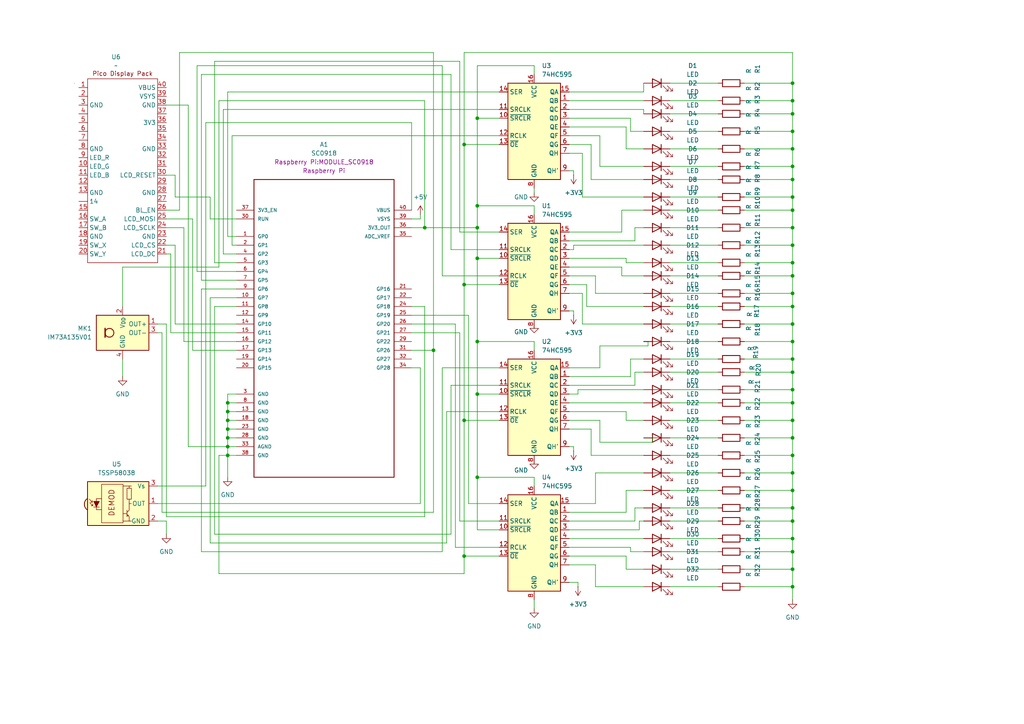
<source format=kicad_sch>
(kicad_sch (version 20231120) (generator "eeschema") (generator_version "8.0")
  (paper "A4")
  (lib_symbols
    (symbol "74xx:74HC595"
      (property "Reference" "U" (at -7.62 13.97 0))
      (property "Value" "74HC595" (at -7.62 -16.51 0))
      (symbol "74HC595_1_0"
        (pin tri_state line (at 10.16 7.62 180) (length 2.54) (name "QB") (number "1"))
        (pin input line (at -10.16 2.54 0) (length 2.54) (name "~{SRCLR}") (number "10"))
        (pin input line (at -10.16 5.08 0) (length 2.54) (name "SRCLK") (number "11"))
        (pin input line (at -10.16 -2.54 0) (length 2.54) (name "RCLK") (number "12"))
        (pin input line (at -10.16 -5.08 0) (length 2.54) (name "~{OE}") (number "13"))
        (pin input line (at -10.16 10.16 0) (length 2.54) (name "SER") (number "14"))
        (pin tri_state line (at 10.16 10.16 180) (length 2.54) (name "QA") (number "15"))
        (pin power_in line (at 0 15.24 270) (length 2.54) (name "VCC") (number "16"))
        (pin tri_state line (at 10.16 5.08 180) (length 2.54) (name "QC") (number "2"))
        (pin tri_state line (at 10.16 2.54 180) (length 2.54) (name "QD") (number "3"))
        (pin tri_state line (at 10.16 0 180) (length 2.54) (name "QE") (number "4"))
        (pin tri_state line (at 10.16 -2.54 180) (length 2.54) (name "QF") (number "5"))
        (pin tri_state line (at 10.16 -5.08 180) (length 2.54) (name "QG") (number "6"))
        (pin tri_state line (at 10.16 -7.62 180) (length 2.54) (name "QH") (number "7"))
        (pin power_in line (at 0 -17.78 90) (length 2.54) (name "GND") (number "8"))
        (pin output line (at 10.16 -12.7 180) (length 2.54) (name "QH'") (number "9"))
      )
    )
    (symbol "Device:LED" (pin_numbers hide) (pin_names (offset 1.016) hide)
      (property "Reference" "D" (at 0 2.54 0))
      (property "Value" "LED" (at 0 -2.54 0))
      (symbol "LED_1_1"
        (pin passive line (at -3.81 0 0) (length 2.54) (name "K") (number "1"))
        (pin passive line (at 3.81 0 180) (length 2.54) (name "A") (number "2"))
      )
    )
    (symbol "Device:R" (pin_numbers hide) (pin_names (offset 0))
      (property "Reference" "R" (at 2.032 0 90))
      (property "Value" "R" (at 0 0 90))
      (symbol "R_1_1"
        (pin passive line (at 0 3.81 270) (length 1.27) (name "~") (number "1"))
        (pin passive line (at 0 -3.81 90) (length 1.27) (name "~") (number "2"))
      )
    )
    (symbol "Sensor_Audio:IM73A135V01"
      (property "Reference" "MK" (at 5.08 6.35 0))
      (property "Value" "IM73A135V01" (at 11.43 -6.35 0))
      (symbol "IM73A135V01_1_1"
        (pin output line (at 10.16 2.54 180) (length 2.54) (name "OUT+") (number "1"))
        (pin power_in line (at 0 7.62 270) (length 2.54) (name "V_{DD}") (number "2"))
        (pin output line (at 10.16 0 180) (length 2.54) (name "OUT-") (number "3"))
        (pin power_in line (at 0 -7.62 90) (length 2.54) (name "GND") (number "4"))
        (pin passive line (at 0 -7.62 90) (length 2.54) hide (name "GND") (number "5"))
      )
    )
    (symbol "Sensor_Proximity:TSSP58038" (pin_names (offset 1.016))
      (property "Reference" "U" (at -10.16 7.62 0))
      (property "Value" "TSSP58038" (at -10.16 -7.62 0))
      (symbol "TSSP58038_0_0"
        (text "DEMOD" (at -3.175 0.254 900) (effects (font (size 1.524 1.524))))
      )
      (symbol "TSSP58038_1_1"
        (pin output line (at 10.16 0 180) (length 2.54) (name "OUT") (number "1"))
        (pin power_in line (at 10.16 -5.08 180) (length 2.54) (name "GND") (number "2"))
        (pin power_in line (at 10.16 5.08 180) (length 2.54) (name "Vs") (number "3"))
      )
    )
    (symbol "display:lcd"
      (property "Reference" "U" (at 0 0 0))
      (symbol "lcd_1_1"
        (text "Pico Display Pack" (at 22.86 -1.016 0) (effects (font (size 1.27 1.27))))
        (pin input line (at 10.16 -38.1 0) (length 2.54) (name "14") (number ""))
        (pin input line (at 10.16 -5.08 0) (length 2.54) (name "") (number "1"))
        (pin input line (at 10.16 -27.94 0) (length 2.54) (name "LED_G") (number "10"))
        (pin input line (at 10.16 -30.48 0) (length 2.54) (name "LED_B") (number "11"))
        (pin input line (at 10.16 -33.02 0) (length 2.54) (name "") (number "12"))
        (pin input line (at 10.16 -35.56 0) (length 2.54) (name "GND") (number "13"))
        (pin input line (at 10.16 -40.64 0) (length 2.54) (name "") (number "15"))
        (pin input line (at 10.16 -43.18 0) (length 2.54) (name "SW_A") (number "16"))
        (pin input line (at 10.16 -45.72 0) (length 2.54) (name "SW_B") (number "17"))
        (pin input line (at 10.16 -48.26 0) (length 2.54) (name "GND") (number "18"))
        (pin input line (at 10.16 -50.8 0) (length 2.54) (name "SW_X") (number "19"))
        (pin input line (at 10.16 -7.62 0) (length 2.54) (name "") (number "2"))
        (pin input line (at 10.16 -53.34 0) (length 2.54) (name "SW_Y") (number "20"))
        (pin output line (at 35.56 -53.34 180) (length 2.54) (name "LCD_DC") (number "21"))
        (pin output line (at 35.56 -50.8 180) (length 2.54) (name "LCD_CS") (number "22"))
        (pin output line (at 35.56 -48.26 180) (length 2.54) (name "GND") (number "23"))
        (pin output line (at 35.56 -45.72 180) (length 2.54) (name "LCD_SCLK") (number "24"))
        (pin output line (at 35.56 -43.18 180) (length 2.54) (name "LCD_MOSI") (number "25"))
        (pin output line (at 35.56 -40.64 180) (length 2.54) (name "BL_EN") (number "26"))
        (pin output line (at 35.56 -38.1 180) (length 2.54) (name "") (number "27"))
        (pin output line (at 35.56 -35.56 180) (length 2.54) (name "GND") (number "28"))
        (pin output line (at 35.56 -33.02 180) (length 2.54) (name "") (number "29"))
        (pin input line (at 10.16 -10.16 0) (length 2.54) (name "GND") (number "3"))
        (pin output line (at 35.56 -30.48 180) (length 2.54) (name "LCD_RESET") (number "30"))
        (pin output line (at 35.56 -27.94 180) (length 2.54) (name "") (number "31"))
        (pin output line (at 35.56 -25.4 180) (length 2.54) (name "") (number "32"))
        (pin output line (at 35.56 -22.86 180) (length 2.54) (name "GND") (number "33"))
        (pin output line (at 35.56 -20.32 180) (length 2.54) (name "") (number "34"))
        (pin output line (at 35.56 -17.78 180) (length 2.54) (name "") (number "35"))
        (pin output line (at 35.56 -15.24 180) (length 2.54) (name "3V3") (number "36"))
        (pin output line (at 35.56 -12.7 180) (length 2.54) (name "") (number "37"))
        (pin output line (at 35.56 -10.16 180) (length 2.54) (name "GND") (number "38"))
        (pin output line (at 35.56 -7.62 180) (length 2.54) (name "VSYS") (number "39"))
        (pin input line (at 10.16 -12.7 0) (length 2.54) (name "") (number "4"))
        (pin output line (at 35.56 -5.08 180) (length 2.54) (name "VBUS") (number "40"))
        (pin input line (at 10.16 -15.24 0) (length 2.54) (name "") (number "5"))
        (pin input line (at 10.16 -17.78 0) (length 2.54) (name "") (number "6"))
        (pin input line (at 10.16 -20.32 0) (length 2.54) (name "") (number "7"))
        (pin input line (at 10.16 -22.86 0) (length 2.54) (name "GND") (number "8"))
        (pin input line (at 10.16 -25.4 0) (length 2.54) (name "LED_R") (number "9"))
      )
    )
    (symbol "pico_w:SC0918" (pin_names (offset 1.016))
      (property "Reference" "A1" (at 0 58.42 0))
      (property "Value" "SC0918" (at 0 55.88 0))
      (property "Footprint" "Raspberry Pi:MODULE_SC0918" (at -12.7 -46.99 0))
      (property "manufacturer" "Raspberry Pi" (at 0 53.34 0))
      (symbol "SC0918_0_0"
        (pin bidirectional line (at -25.4 26.67 0) (length 5.08) (name "GP0") (number "1"))
        (pin bidirectional line (at -25.4 8.89 0) (length 5.08) (name "GP7") (number "10"))
        (pin bidirectional line (at -25.4 6.35 0) (length 5.08) (name "GP8") (number "11"))
        (pin bidirectional line (at -25.4 3.81 0) (length 5.08) (name "GP9") (number "12"))
        (pin power_in line (at -25.4 -24.13 0) (length 5.08) (name "GND") (number "13"))
        (pin bidirectional line (at -25.4 1.27 0) (length 5.08) (name "GP10") (number "14"))
        (pin bidirectional line (at -25.4 -1.27 0) (length 5.08) (name "GP11") (number "15"))
        (pin bidirectional line (at -25.4 -3.81 0) (length 5.08) (name "GP12") (number "16"))
        (pin bidirectional line (at -25.4 -6.35 0) (length 5.08) (name "GP13") (number "17"))
        (pin power_in line (at -25.4 -26.67 0) (length 5.08) (name "GND") (number "18"))
        (pin bidirectional line (at -25.4 -8.89 0) (length 5.08) (name "GP14") (number "19"))
        (pin bidirectional line (at -25.4 24.13 0) (length 5.08) (name "GP1") (number "2"))
        (pin bidirectional line (at -25.4 -11.43 0) (length 5.08) (name "GP15") (number "20"))
        (pin bidirectional line (at 25.4 11.43 180) (length 5.08) (name "GP16") (number "21"))
        (pin bidirectional line (at 25.4 8.89 180) (length 5.08) (name "GP17") (number "22"))
        (pin power_in line (at -25.4 -29.21 0) (length 5.08) (name "GND") (number "23"))
        (pin bidirectional line (at 25.4 6.35 180) (length 5.08) (name "GP18") (number "24"))
        (pin bidirectional line (at 25.4 3.81 180) (length 5.08) (name "GP19") (number "25"))
        (pin bidirectional line (at 25.4 1.27 180) (length 5.08) (name "GP20") (number "26"))
        (pin bidirectional line (at 25.4 -1.27 180) (length 5.08) (name "GP21") (number "27"))
        (pin power_in line (at -25.4 -31.75 0) (length 5.08) (name "GND") (number "28"))
        (pin bidirectional line (at 25.4 -3.81 180) (length 5.08) (name "GP22") (number "29"))
        (pin power_in line (at -25.4 -19.05 0) (length 5.08) (name "GND") (number "3"))
        (pin input line (at -25.4 31.75 0) (length 5.08) (name "RUN") (number "30"))
        (pin bidirectional line (at 25.4 -6.35 180) (length 5.08) (name "GP26") (number "31"))
        (pin bidirectional line (at 25.4 -8.89 180) (length 5.08) (name "GP27") (number "32"))
        (pin power_in line (at -25.4 -34.29 0) (length 5.08) (name "AGND") (number "33"))
        (pin bidirectional line (at 25.4 -11.43 180) (length 5.08) (name "GP28") (number "34"))
        (pin power_in line (at 25.4 26.67 180) (length 5.08) (name "ADC_VREF") (number "35"))
        (pin power_in line (at 25.4 29.21 180) (length 5.08) (name "3V3_OUT") (number "36"))
        (pin input line (at -25.4 34.29 0) (length 5.08) (name "3V3_EN") (number "37"))
        (pin power_in line (at -25.4 -36.83 0) (length 5.08) (name "GND") (number "38"))
        (pin free line (at 25.4 31.75 180) (length 5.08) (name "VSYS") (number "39"))
        (pin bidirectional line (at -25.4 21.59 0) (length 5.08) (name "GP2") (number "4"))
        (pin free line (at 25.4 34.29 180) (length 5.08) (name "VBUS") (number "40"))
        (pin bidirectional line (at -25.4 19.05 0) (length 5.08) (name "GP3") (number "5"))
        (pin bidirectional line (at -25.4 16.51 0) (length 5.08) (name "GP4") (number "6"))
        (pin bidirectional line (at -25.4 13.97 0) (length 5.08) (name "GP5") (number "7"))
        (pin power_in line (at -25.4 -21.59 0) (length 5.08) (name "GND") (number "8"))
        (pin bidirectional line (at -25.4 11.43 0) (length 5.08) (name "GP6") (number "9"))
      )
    )
    (symbol "power:+3V3" (power) (pin_numbers hide) (pin_names (offset 0) hide)
      (property "Value" "+3V3" (at 0 3.556 0))
      (symbol "+3V3_1_1"
        (pin power_in line (at 0 0 90) (length 0) (name "~") (number "1"))
      )
    )
    (symbol "power:+5V" (power) (pin_numbers hide) (pin_names (offset 0) hide)
      (property "Value" "+5V" (at 0 3.556 0))
      (symbol "+5V_1_1"
        (pin power_in line (at 0 0 90) (length 0) (name "~") (number "1"))
      )
    )
    (symbol "power:GND" (power) (pin_numbers hide) (pin_names (offset 0) hide)
      (property "Value" "GND" (at 0 -3.81 0))
      (symbol "GND_1_1"
        (pin power_in line (at 0 0 270) (length 0) (name "~") (number "1"))
      )
    )
  )
  (junction (at 229.87 71.12))
  (junction (at 229.87 151.13))
  (junction (at 66.04 124.46))
  (junction (at 229.87 160.02))
  (junction (at 66.04 132.08))
  (junction (at 229.87 60.96))
  (junction (at 138.43 34.29))
  (junction (at 138.43 59.69))
  (junction (at 138.43 66.04))
  (junction (at 229.87 33.02))
  (junction (at 229.87 29.21))
  (junction (at 138.43 74.93))
  (junction (at 229.87 132.08))
  (junction (at 229.87 57.15))
  (junction (at 229.87 38.1))
  (junction (at 229.87 121.92))
  (junction (at 123.19 66.04))
  (junction (at 229.87 170.18))
  (junction (at 229.87 147.32))
  (junction (at 138.43 114.3))
  (junction (at 229.87 52.07))
  (junction (at 229.87 24.13))
  (junction (at 229.87 80.01))
  (junction (at 66.04 116.84))
  (junction (at 229.87 66.04))
  (junction (at 229.87 116.84))
  (junction (at 134.62 41.91))
  (junction (at 134.62 161.29))
  (junction (at 229.87 85.09))
  (junction (at 229.87 142.24))
  (junction (at 229.87 48.26))
  (junction (at 229.87 127))
  (junction (at 229.87 104.14))
  (junction (at 229.87 137.16))
  (junction (at 229.87 93.98))
  (junction (at 229.87 76.2))
  (junction (at 229.87 88.9))
  (junction (at 134.62 121.92))
  (junction (at 138.43 138.43))
  (junction (at 229.87 156.21))
  (junction (at 66.04 121.92))
  (junction (at 134.62 82.55))
  (junction (at 125.73 101.6))
  (junction (at 229.87 107.95))
  (junction (at 229.87 165.1))
  (junction (at 66.04 119.38))
  (junction (at 229.87 99.06))
  (junction (at 66.04 129.54))
  (junction (at 66.04 127))
  (junction (at 229.87 113.03))
  (junction (at 229.87 43.18))
  (junction (at 138.43 99.06))
  (wire (pts (xy 66.04 26.67) (xy 66.04 68.58)))
  (wire (pts (xy 59.69 140.97) (xy 45.72 140.97)))
  (wire (pts (xy 182.88 34.29) (xy 182.88 38.1)))
  (wire (pts (xy 229.87 107.95) (xy 229.87 113.03)))
  (wire (pts (xy 171.45 41.91) (xy 171.45 52.07)))
  (wire (pts (xy 165.1 158.75) (xy 182.88 158.75)))
  (wire (pts (xy 144.78 31.75) (xy 64.77 31.75)))
  (wire (pts (xy 123.19 149.86) (xy 123.19 88.9)))
  (wire (pts (xy 170.18 88.9) (xy 186.69 88.9)))
  (wire (pts (xy 180.34 77.47) (xy 180.34 80.01)))
  (wire (pts (xy 194.31 85.09) (xy 208.28 85.09)))
  (wire (pts (xy 229.87 24.13) (xy 229.87 29.21)))
  (wire (pts (xy 194.31 113.03) (xy 208.28 113.03)))
  (wire (pts (xy 172.72 137.16) (xy 186.69 137.16)))
  (wire (pts (xy 194.31 71.12) (xy 208.28 71.12)))
  (wire (pts (xy 57.15 19.05) (xy 57.15 78.74)))
  (wire (pts (xy 194.31 121.92) (xy 208.28 121.92)))
  (wire (pts (xy 45.72 96.52) (xy 46.99 96.52)))
  (wire (pts (xy 165.1 119.38) (xy 181.61 119.38)))
  (wire (pts (xy 215.9 66.04) (xy 229.87 66.04)))
  (wire (pts (xy 62.23 154.94) (xy 62.23 88.9)))
  (wire (pts (xy 194.31 127) (xy 208.28 127)))
  (wire (pts (xy 134.62 41.91) (xy 134.62 82.55)))
  (wire (pts (xy 165.1 72.39) (xy 166.37 72.39)))
  (wire (pts (xy 181.61 165.1) (xy 186.69 165.1)))
  (wire (pts (xy 194.31 107.95) (xy 208.28 107.95)))
  (wire (pts (xy 215.9 142.24) (xy 229.87 142.24)))
  (wire (pts (xy 215.9 43.18) (xy 229.87 43.18)))
  (wire (pts (xy 66.04 124.46) (xy 66.04 127)))
  (wire (pts (xy 52.07 15.24) (xy 125.73 15.24)))
  (wire (pts (xy 138.43 114.3) (xy 144.78 114.3)))
  (wire (pts (xy 35.56 77.47) (xy 63.5 77.47)))
  (wire (pts (xy 130.81 154.94) (xy 62.23 154.94)))
  (wire (pts (xy 194.31 33.02) (xy 208.28 33.02)))
  (wire (pts (xy 138.43 153.67) (xy 144.78 153.67)))
  (wire (pts (xy 172.72 85.09) (xy 186.69 85.09)))
  (wire (pts (xy 66.04 127) (xy 68.58 127)))
  (wire (pts (xy 130.81 21.59) (xy 58.42 21.59)))
  (wire (pts (xy 121.92 146.05) (xy 121.92 106.68)))
  (wire (pts (xy 66.04 119.38) (xy 68.58 119.38)))
  (wire (pts (xy 229.87 156.21) (xy 229.87 160.02)))
  (wire (pts (xy 144.78 39.37) (xy 67.31 39.37)))
  (wire (pts (xy 138.43 34.29) (xy 138.43 59.69)))
  (wire (pts (xy 58.42 21.59) (xy 58.42 81.28)))
  (wire (pts (xy 66.04 132.08) (xy 66.04 138.43)))
  (wire (pts (xy 48.26 149.86) (xy 123.19 149.86)))
  (wire (pts (xy 165.1 39.37) (xy 173.99 39.37)))
  (wire (pts (xy 67.31 71.12) (xy 68.58 71.12)))
  (wire (pts (xy 154.94 19.05) (xy 138.43 19.05)))
  (wire (pts (xy 135.89 146.05) (xy 135.89 91.44)))
  (wire (pts (xy 138.43 114.3) (xy 138.43 138.43)))
  (wire (pts (xy 144.78 161.29) (xy 134.62 161.29)))
  (wire (pts (xy 181.61 76.2) (xy 186.69 76.2)))
  (wire (pts (xy 194.31 142.24) (xy 208.28 142.24)))
  (wire (pts (xy 229.87 127) (xy 229.87 132.08)))
  (wire (pts (xy 64.77 73.66) (xy 68.58 73.66)))
  (wire (pts (xy 194.31 29.21) (xy 208.28 29.21)))
  (wire (pts (xy 184.15 147.32) (xy 186.69 147.32)))
  (wire (pts (xy 172.72 80.01) (xy 172.72 85.09)))
  (wire (pts (xy 215.9 76.2) (xy 229.87 76.2)))
  (wire (pts (xy 171.45 132.08) (xy 186.69 132.08)))
  (wire (pts (xy 184.15 69.85) (xy 184.15 66.04)))
  (wire (pts (xy 54.61 30.48) (xy 54.61 129.54)))
  (wire (pts (xy 165.1 34.29) (xy 182.88 34.29)))
  (wire (pts (xy 48.26 63.5) (xy 55.88 63.5)))
  (wire (pts (xy 58.42 83.82) (xy 68.58 83.82)))
  (wire (pts (xy 215.9 165.1) (xy 229.87 165.1)))
  (wire (pts (xy 154.94 62.23) (xy 154.94 59.69)))
  (wire (pts (xy 215.9 33.02) (xy 229.87 33.02)))
  (wire (pts (xy 168.91 93.98) (xy 186.69 93.98)))
  (wire (pts (xy 215.9 93.98) (xy 229.87 93.98)))
  (wire (pts (xy 144.78 151.13) (xy 133.35 151.13)))
  (wire (pts (xy 229.87 113.03) (xy 229.87 116.84)))
  (wire (pts (xy 66.04 68.58) (xy 68.58 68.58)))
  (wire (pts (xy 229.87 52.07) (xy 229.87 57.15)))
  (wire (pts (xy 229.87 76.2) (xy 229.87 80.01)))
  (wire (pts (xy 66.04 127) (xy 66.04 129.54)))
  (wire (pts (xy 62.23 88.9) (xy 68.58 88.9)))
  (wire (pts (xy 173.99 128.27) (xy 189.23 128.27)))
  (wire (pts (xy 194.31 88.9) (xy 208.28 88.9)))
  (wire (pts (xy 63.5 29.21) (xy 123.19 29.21)))
  (wire (pts (xy 45.72 93.98) (xy 48.26 93.98)))
  (wire (pts (xy 165.1 44.45) (xy 168.91 44.45)))
  (wire (pts (xy 144.78 72.39) (xy 130.81 72.39)))
  (wire (pts (xy 229.87 88.9) (xy 229.87 93.98)))
  (wire (pts (xy 194.31 170.18) (xy 208.28 170.18)))
  (wire (pts (xy 129.54 157.48) (xy 60.96 157.48)))
  (wire (pts (xy 229.87 116.84) (xy 229.87 121.92)))
  (wire (pts (xy 133.35 17.78) (xy 62.23 17.78)))
  (wire (pts (xy 229.87 33.02) (xy 229.87 38.1)))
  (wire (pts (xy 125.73 15.24) (xy 125.73 101.6)))
  (wire (pts (xy 215.9 147.32) (xy 229.87 147.32)))
  (wire (pts (xy 48.26 73.66) (xy 49.53 73.66)))
  (wire (pts (xy 66.04 129.54) (xy 68.58 129.54)))
  (wire (pts (xy 154.94 21.59) (xy 154.94 19.05)))
  (wire (pts (xy 165.1 163.83) (xy 172.72 163.83)))
  (wire (pts (xy 194.31 137.16) (xy 208.28 137.16)))
  (wire (pts (xy 121.92 106.68) (xy 119.38 106.68)))
  (wire (pts (xy 194.31 156.21) (xy 208.28 156.21)))
  (wire (pts (xy 138.43 66.04) (xy 123.19 66.04)))
  (wire (pts (xy 166.37 90.17) (xy 166.37 91.44)))
  (wire (pts (xy 134.62 121.92) (xy 134.62 161.29)))
  (wire (pts (xy 60.96 57.15) (xy 60.96 63.5)))
  (wire (pts (xy 173.99 48.26) (xy 186.69 48.26)))
  (wire (pts (xy 138.43 138.43) (xy 138.43 153.67)))
  (wire (pts (xy 215.9 160.02) (xy 229.87 160.02)))
  (wire (pts (xy 165.1 41.91) (xy 171.45 41.91)))
  (wire (pts (xy 194.31 147.32) (xy 208.28 147.32)))
  (wire (pts (xy 57.15 78.74) (xy 68.58 78.74)))
  (wire (pts (xy 194.31 43.18) (xy 208.28 43.18)))
  (wire (pts (xy 165.1 153.67) (xy 185.42 153.67)))
  (wire (pts (xy 229.87 38.1) (xy 229.87 43.18)))
  (wire (pts (xy 119.38 60.96) (xy 119.38 35.56)))
  (wire (pts (xy 229.87 85.09) (xy 229.87 88.9)))
  (wire (pts (xy 194.31 104.14) (xy 208.28 104.14)))
  (wire (pts (xy 168.91 57.15) (xy 186.69 57.15)))
  (wire (pts (xy 66.04 116.84) (xy 66.04 114.3)))
  (wire (pts (xy 129.54 119.38) (xy 129.54 157.48)))
  (wire (pts (xy 194.31 132.08) (xy 208.28 132.08)))
  (wire (pts (xy 50.8 50.8) (xy 50.8 57.15)))
  (wire (pts (xy 144.78 80.01) (xy 128.27 80.01)))
  (wire (pts (xy 229.87 142.24) (xy 229.87 147.32)))
  (wire (pts (xy 154.94 93.98) (xy 154.94 95.25)))
  (wire (pts (xy 48.26 66.04) (xy 53.34 66.04)))
  (wire (pts (xy 229.87 104.14) (xy 229.87 107.95)))
  (wire (pts (xy 215.9 60.96) (xy 229.87 60.96)))
  (wire (pts (xy 194.31 151.13) (xy 208.28 151.13)))
  (wire (pts (xy 194.31 80.01) (xy 208.28 80.01)))
  (wire (pts (xy 165.1 69.85) (xy 184.15 69.85)))
  (wire (pts (xy 35.56 88.9) (xy 35.56 77.47)))
  (wire (pts (xy 125.73 148.59) (xy 125.73 101.6)))
  (wire (pts (xy 165.1 111.76) (xy 184.15 111.76)))
  (wire (pts (xy 186.69 31.75) (xy 186.69 33.02)))
  (wire (pts (xy 50.8 57.15) (xy 60.96 57.15)))
  (wire (pts (xy 48.26 30.48) (xy 54.61 30.48)))
  (wire (pts (xy 215.9 170.18) (xy 229.87 170.18)))
  (wire (pts (xy 128.27 19.05) (xy 57.15 19.05)))
  (wire (pts (xy 165.1 26.67) (xy 186.69 26.67)))
  (wire (pts (xy 182.88 158.75) (xy 182.88 160.02)))
  (wire (pts (xy 229.87 48.26) (xy 229.87 52.07)))
  (wire (pts (xy 173.99 100.33) (xy 187.96 100.33)))
  (wire (pts (xy 166.37 71.12) (xy 186.69 71.12)))
  (wire (pts (xy 165.1 90.17) (xy 166.37 90.17)))
  (wire (pts (xy 59.69 35.56) (xy 59.69 140.97)))
  (wire (pts (xy 134.62 82.55) (xy 144.78 82.55)))
  (wire (pts (xy 138.43 99.06) (xy 138.43 114.3)))
  (wire (pts (xy 229.87 57.15) (xy 229.87 60.96)))
  (wire (pts (xy 165.1 114.3) (xy 167.64 114.3)))
  (wire (pts (xy 66.04 132.08) (xy 63.5 132.08)))
  (wire (pts (xy 170.18 82.55) (xy 170.18 88.9)))
  (wire (pts (xy 48.26 50.8) (xy 50.8 50.8)))
  (wire (pts (xy 215.9 85.09) (xy 229.87 85.09)))
  (wire (pts (xy 144.78 119.38) (xy 129.54 119.38)))
  (wire (pts (xy 53.34 66.04) (xy 53.34 99.06)))
  (wire (pts (xy 123.19 88.9) (xy 119.38 88.9)))
  (wire (pts (xy 154.94 140.97) (xy 154.94 138.43)))
  (wire (pts (xy 215.9 107.95) (xy 229.87 107.95)))
  (wire (pts (xy 167.64 114.3) (xy 167.64 113.03)))
  (wire (pts (xy 187.96 99.06) (xy 186.69 99.06)))
  (wire (pts (xy 138.43 59.69) (xy 138.43 66.04)))
  (wire (pts (xy 165.1 124.46) (xy 171.45 124.46)))
  (wire (pts (xy 62.23 76.2) (xy 68.58 76.2)))
  (wire (pts (xy 173.99 121.92) (xy 173.99 128.27)))
  (wire (pts (xy 215.9 121.92) (xy 229.87 121.92)))
  (wire (pts (xy 165.1 148.59) (xy 181.61 148.59)))
  (wire (pts (xy 165.1 156.21) (xy 186.69 156.21)))
  (wire (pts (xy 229.87 160.02) (xy 229.87 165.1)))
  (wire (pts (xy 165.1 67.31) (xy 180.34 67.31)))
  (wire (pts (xy 229.87 15.24) (xy 229.87 24.13)))
  (wire (pts (xy 66.04 114.3) (xy 68.58 114.3)))
  (wire (pts (xy 180.34 80.01) (xy 186.69 80.01)))
  (wire (pts (xy 67.31 39.37) (xy 67.31 71.12)))
  (wire (pts (xy 182.88 38.1) (xy 186.69 38.1)))
  (wire (pts (xy 53.34 99.06) (xy 68.58 99.06)))
  (wire (pts (xy 48.26 71.12) (xy 50.8 71.12)))
  (wire (pts (xy 45.72 151.13) (xy 48.26 151.13)))
  (wire (pts (xy 215.9 57.15) (xy 229.87 57.15)))
  (wire (pts (xy 215.9 127) (xy 229.87 127)))
  (wire (pts (xy 55.88 101.6) (xy 68.58 101.6)))
  (wire (pts (xy 171.45 52.07) (xy 186.69 52.07)))
  (wire (pts (xy 229.87 170.18) (xy 229.87 173.99)))
  (wire (pts (xy 215.9 24.13) (xy 229.87 24.13)))
  (wire (pts (xy 194.31 52.07) (xy 208.28 52.07)))
  (wire (pts (xy 63.5 77.47) (xy 63.5 29.21)))
  (wire (pts (xy 165.1 49.53) (xy 166.37 49.53)))
  (wire (pts (xy 229.87 60.96) (xy 229.87 66.04)))
  (wire (pts (xy 194.31 116.84) (xy 208.28 116.84)))
  (wire (pts (xy 194.31 38.1) (xy 208.28 38.1)))
  (wire (pts (xy 135.89 91.44) (xy 119.38 91.44)))
  (wire (pts (xy 144.78 111.76) (xy 130.81 111.76)))
  (wire (pts (xy 185.42 151.13) (xy 186.69 151.13)))
  (wire (pts (xy 133.35 96.52) (xy 119.38 96.52)))
  (wire (pts (xy 194.31 93.98) (xy 208.28 93.98)))
  (wire (pts (xy 229.87 165.1) (xy 229.87 170.18)))
  (wire (pts (xy 184.15 147.32) (xy 184.15 151.13)))
  (wire (pts (xy 180.34 60.96) (xy 180.34 67.31)))
  (wire (pts (xy 194.31 60.96) (xy 208.28 60.96)))
  (wire (pts (xy 181.61 148.59) (xy 181.61 142.24)))
  (wire (pts (xy 35.56 104.14) (xy 35.56 109.22)))
  (wire (pts (xy 172.72 163.83) (xy 172.72 170.18)))
  (wire (pts (xy 165.1 161.29) (xy 181.61 161.29)))
  (wire (pts (xy 154.94 133.35) (xy 154.94 134.62)))
  (wire (pts (xy 186.69 26.67) (xy 186.69 24.13)))
  (wire (pts (xy 134.62 121.92) (xy 144.78 121.92)))
  (wire (pts (xy 54.61 129.54) (xy 66.04 129.54)))
  (wire (pts (xy 229.87 132.08) (xy 229.87 137.16)))
  (wire (pts (xy 184.15 66.04) (xy 186.69 66.04)))
  (wire (pts (xy 215.9 113.03) (xy 229.87 113.03)))
  (wire (pts (xy 46.99 148.59) (xy 125.73 148.59)))
  (wire (pts (xy 165.1 151.13) (xy 184.15 151.13)))
  (wire (pts (xy 165.1 168.91) (xy 167.64 168.91)))
  (wire (pts (xy 215.9 116.84) (xy 229.87 116.84)))
  (wire (pts (xy 182.88 160.02) (xy 186.69 160.02)))
  (wire (pts (xy 138.43 74.93) (xy 144.78 74.93)))
  (wire (pts (xy 128.27 106.68) (xy 128.27 160.02)))
  (wire (pts (xy 66.04 116.84) (xy 68.58 116.84)))
  (wire (pts (xy 165.1 82.55) (xy 170.18 82.55)))
  (wire (pts (xy 181.61 121.92) (xy 186.69 121.92)))
  (wire (pts (xy 181.61 43.18) (xy 186.69 43.18)))
  (wire (pts (xy 194.31 24.13) (xy 208.28 24.13)))
  (wire (pts (xy 165.1 74.93) (xy 181.61 74.93)))
  (wire (pts (xy 45.72 146.05) (xy 121.92 146.05)))
  (wire (pts (xy 121.92 63.5) (xy 119.38 63.5)))
  (wire (pts (xy 215.9 38.1) (xy 229.87 38.1)))
  (wire (pts (xy 167.64 168.91) (xy 167.64 170.18)))
  (wire (pts (xy 166.37 49.53) (xy 166.37 50.8)))
  (wire (pts (xy 229.87 66.04) (xy 229.87 71.12)))
  (wire (pts (xy 130.81 111.76) (xy 130.81 154.94)))
  (wire (pts (xy 64.77 31.75) (xy 64.77 73.66)))
  (wire (pts (xy 154.94 99.06) (xy 138.43 99.06)))
  (wire (pts (xy 165.1 29.21) (xy 186.69 29.21)))
  (wire (pts (xy 52.07 60.96) (xy 52.07 15.24)))
  (wire (pts (xy 229.87 121.92) (xy 229.87 127)))
  (wire (pts (xy 62.23 17.78) (xy 62.23 76.2)))
  (wire (pts (xy 133.35 67.31) (xy 133.35 17.78)))
  (wire (pts (xy 144.78 106.68) (xy 128.27 106.68)))
  (wire (pts (xy 181.61 74.93) (xy 181.61 76.2)))
  (wire (pts (xy 58.42 160.02) (xy 58.42 83.82)))
  (wire (pts (xy 60.96 63.5) (xy 68.58 63.5)))
  (wire (pts (xy 144.78 26.67) (xy 66.04 26.67)))
  (wire (pts (xy 215.9 52.07) (xy 229.87 52.07)))
  (wire (pts (xy 50.8 71.12) (xy 50.8 93.98)))
  (wire (pts (xy 165.1 106.68) (xy 173.99 106.68)))
  (wire (pts (xy 229.87 71.12) (xy 229.87 76.2)))
  (wire (pts (xy 154.94 54.61) (xy 154.94 55.88)))
  (wire (pts (xy 55.88 63.5) (xy 55.88 101.6)))
  (wire (pts (xy 184.15 107.95) (xy 186.69 107.95)))
  (wire (pts (xy 48.26 60.96) (xy 52.07 60.96)))
  (wire (pts (xy 119.38 35.56) (xy 59.69 35.56)))
  (wire (pts (xy 132.08 93.98) (xy 119.38 93.98)))
  (wire (pts (xy 50.8 93.98) (xy 68.58 93.98)))
  (wire (pts (xy 165.1 146.05) (xy 172.72 146.05)))
  (wire (pts (xy 215.9 137.16) (xy 229.87 137.16)))
  (wire (pts (xy 138.43 34.29) (xy 144.78 34.29)))
  (wire (pts (xy 133.35 151.13) (xy 133.35 96.52)))
  (wire (pts (xy 215.9 104.14) (xy 229.87 104.14)))
  (wire (pts (xy 194.31 165.1) (xy 208.28 165.1)))
  (wire (pts (xy 144.78 146.05) (xy 135.89 146.05)))
  (wire (pts (xy 181.61 142.24) (xy 186.69 142.24)))
  (wire (pts (xy 185.42 153.67) (xy 185.42 151.13)))
  (wire (pts (xy 181.61 161.29) (xy 181.61 165.1)))
  (wire (pts (xy 165.1 77.47) (xy 180.34 77.47)))
  (wire (pts (xy 165.1 85.09) (xy 168.91 85.09)))
  (wire (pts (xy 144.78 158.75) (xy 132.08 158.75)))
  (wire (pts (xy 123.19 29.21) (xy 123.19 66.04)))
  (wire (pts (xy 125.73 101.6) (xy 119.38 101.6)))
  (wire (pts (xy 194.31 76.2) (xy 208.28 76.2)))
  (wire (pts (xy 165.1 109.22) (xy 182.88 109.22)))
  (wire (pts (xy 144.78 41.91) (xy 134.62 41.91)))
  (wire (pts (xy 229.87 147.32) (xy 229.87 151.13)))
  (wire (pts (xy 154.94 101.6) (xy 154.94 99.06)))
  (wire (pts (xy 165.1 31.75) (xy 186.69 31.75)))
  (wire (pts (xy 194.31 160.02) (xy 208.28 160.02)))
  (wire (pts (xy 229.87 43.18) (xy 229.87 48.26)))
  (wire (pts (xy 138.43 19.05) (xy 138.43 34.29)))
  (wire (pts (xy 60.96 157.48) (xy 60.96 86.36)))
  (wire (pts (xy 215.9 156.21) (xy 229.87 156.21)))
  (wire (pts (xy 165.1 116.84) (xy 186.69 116.84)))
  (wire (pts (xy 181.61 119.38) (xy 181.61 121.92)))
  (wire (pts (xy 144.78 67.31) (xy 133.35 67.31)))
  (wire (pts (xy 49.53 73.66) (xy 49.53 96.52)))
  (wire (pts (xy 134.62 15.24) (xy 134.62 41.91)))
  (wire (pts (xy 46.99 96.52) (xy 46.99 148.59)))
  (wire (pts (xy 154.94 138.43) (xy 138.43 138.43)))
  (wire (pts (xy 167.64 113.03) (xy 186.69 113.03)))
  (wire (pts (xy 121.92 62.23) (xy 121.92 63.5)))
  (wire (pts (xy 58.42 81.28) (xy 68.58 81.28)))
  (wire (pts (xy 66.04 119.38) (xy 66.04 116.84)))
  (wire (pts (xy 171.45 124.46) (xy 171.45 132.08)))
  (wire (pts (xy 229.87 137.16) (xy 229.87 142.24)))
  (wire (pts (xy 66.04 121.92) (xy 68.58 121.92)))
  (wire (pts (xy 172.72 146.05) (xy 172.72 137.16)))
  (wire (pts (xy 194.31 66.04) (xy 208.28 66.04)))
  (wire (pts (xy 165.1 36.83) (xy 181.61 36.83)))
  (wire (pts (xy 66.04 132.08) (xy 68.58 132.08)))
  (wire (pts (xy 184.15 111.76) (xy 184.15 107.95)))
  (wire (pts (xy 165.1 121.92) (xy 173.99 121.92)))
  (wire (pts (xy 187.96 100.33) (xy 187.96 99.06)))
  (wire (pts (xy 128.27 80.01) (xy 128.27 19.05)))
  (wire (pts (xy 49.53 96.52) (xy 68.58 96.52)))
  (wire (pts (xy 173.99 106.68) (xy 173.99 100.33)))
  (wire (pts (xy 229.87 80.01) (xy 229.87 85.09)))
  (wire (pts (xy 182.88 104.14) (xy 186.69 104.14)))
  (wire (pts (xy 215.9 29.21) (xy 229.87 29.21)))
  (wire (pts (xy 138.43 74.93) (xy 138.43 99.06)))
  (wire (pts (xy 215.9 88.9) (xy 229.87 88.9)))
  (wire (pts (xy 215.9 80.01) (xy 229.87 80.01)))
  (wire (pts (xy 48.26 151.13) (xy 48.26 154.94)))
  (wire (pts (xy 181.61 36.83) (xy 181.61 43.18)))
  (wire (pts (xy 194.31 48.26) (xy 208.28 48.26)))
  (wire (pts (xy 66.04 121.92) (xy 66.04 124.46)))
  (wire (pts (xy 66.04 121.92) (xy 66.04 119.38)))
  (wire (pts (xy 215.9 48.26) (xy 229.87 48.26)))
  (wire (pts (xy 173.99 39.37) (xy 173.99 48.26)))
  (wire (pts (xy 134.62 82.55) (xy 134.62 121.92)))
  (wire (pts (xy 194.31 99.06) (xy 208.28 99.06)))
  (wire (pts (xy 119.38 66.04) (xy 123.19 66.04)))
  (wire (pts (xy 168.91 44.45) (xy 168.91 57.15)))
  (wire (pts (xy 48.26 93.98) (xy 48.26 149.86)))
  (wire (pts (xy 63.5 132.08) (xy 63.5 166.37)))
  (wire (pts (xy 172.72 170.18) (xy 186.69 170.18)))
  (wire (pts (xy 182.88 109.22) (xy 182.88 104.14)))
  (wire (pts (xy 165.1 129.54) (xy 166.37 129.54)))
  (wire (pts (xy 168.91 85.09) (xy 168.91 93.98)))
  (wire (pts (xy 229.87 93.98) (xy 229.87 99.06)))
  (wire (pts (xy 60.96 86.36) (xy 68.58 86.36)))
  (wire (pts (xy 134.62 166.37) (xy 134.62 161.29)))
  (wire (pts (xy 215.9 99.06) (xy 229.87 99.06)))
  (wire (pts (xy 189.23 127) (xy 186.69 127)))
  (wire (pts (xy 154.94 173.99) (xy 154.94 176.53)))
  (wire (pts (xy 229.87 29.21) (xy 229.87 33.02)))
  (wire (pts (xy 130.81 72.39) (xy 130.81 21.59)))
  (wire (pts (xy 215.9 151.13) (xy 229.87 151.13)))
  (wire (pts (xy 134.62 15.24) (xy 229.87 15.24)))
  (wire (pts (xy 229.87 151.13) (xy 229.87 156.21)))
  (wire (pts (xy 154.94 59.69) (xy 138.43 59.69)))
  (wire (pts (xy 166.37 129.54) (xy 166.37 130.81)))
  (wire (pts (xy 180.34 60.96) (xy 186.69 60.96)))
  (wire (pts (xy 166.37 72.39) (xy 166.37 71.12)))
  (wire (pts (xy 215.9 132.08) (xy 229.87 132.08)))
  (wire (pts (xy 165.1 80.01) (xy 172.72 80.01)))
  (wire (pts (xy 68.58 124.46) (xy 66.04 124.46)))
  (wire (pts (xy 215.9 71.12) (xy 229.87 71.12)))
  (wire (pts (xy 66.04 129.54) (xy 66.04 132.08)))
  (wire (pts (xy 132.08 158.75) (xy 132.08 93.98)))
  (wire (pts (xy 63.5 166.37) (xy 134.62 166.37)))
  (wire (pts (xy 189.23 128.27) (xy 189.23 127)))
  (wire (pts (xy 128.27 160.02) (xy 58.42 160.02)))
  (wire (pts (xy 229.87 99.06) (xy 229.87 104.14)))
  (wire (pts (xy 194.31 57.15) (xy 208.28 57.15)))
  (wire (pts (xy 138.43 66.04) (xy 138.43 74.93)))
  (symbol (lib_id "power:+3V3") (at 166.37 91.44 180) (unit 1)
    (property "Reference" "#PWR012" (effects (hide yes)))
    (property "Value" "+3V3" (at 166.37 96.52 0))
    (property "Description" "Power symbol creates a global label with name \"+3V3\"" (effects (hide yes)))
  )
  (symbol (lib_id "Device:R") (at 212.09 24.13 270) (mirror x) (unit 1)
    (property "Reference" "R1" (at 219.71 21.336 0) (effects (justify left)))
    (property "Value" "R" (at 217.17 21.336 0) (effects (justify left)))
    (property "Description" "Resistor" (effects (hide yes)))
  )
  (symbol (lib_id "Device:LED") (at 190.5 60.96 0) (mirror y) (unit 1)
    (property "Reference" "D9" (at 200.914 55.88 0))
    (property "Value" "LED" (at 200.914 58.42 0))
    (property "Description" "Light emitting diode" (effects (hide yes)))
  )
  (symbol (lib_id "Device:LED") (at 190.5 160.02 0) (mirror y) (unit 1)
    (property "Reference" "D30" (at 200.914 154.94 0))
    (property "Value" "LED" (at 200.914 157.48 0))
    (property "Description" "Light emitting diode" (effects (hide yes)))
  )
  (symbol (lib_id "power:+3V3") (at 166.37 50.8 0) (mirror x) (unit 1)
    (property "Reference" "#PWR010" (effects (hide yes)))
    (property "Value" "+3V3" (at 166.37 55.88 0))
    (property "Description" "Power symbol creates a global label with name \"+3V3\"" (effects (hide yes)))
  )
  (symbol (lib_id "Device:R") (at 212.09 88.9 270) (mirror x) (unit 1)
    (property "Reference" "R15" (at 219.71 83.566 0) (effects (justify left)))
    (property "Value" "R" (at 217.17 83.566 0) (effects (justify left)))
    (property "Description" "Resistor" (effects (hide yes)))
  )
  (symbol (lib_id "Device:R") (at 212.09 160.02 270) (mirror x) (unit 1)
    (property "Reference" "R30" (at 219.71 157.226 0) (effects (justify left)))
    (property "Value" "R" (at 217.17 157.226 0) (effects (justify left)))
    (property "Description" "Resistor" (effects (hide yes)))
  )
  (symbol (lib_id "Device:R") (at 212.09 38.1 270) (mirror x) (unit 1)
    (property "Reference" "R4" (at 219.71 34.036 0) (effects (justify left)))
    (property "Value" "R" (at 217.17 34.036 0) (effects (justify left)))
    (property "Description" "Resistor" (effects (hide yes)))
  )
  (symbol (lib_id "Device:R") (at 212.09 99.06 270) (mirror x) (unit 1)
    (property "Reference" "R17" (at 219.456 92.202 0) (effects (justify left)))
    (property "Value" "R" (at 217.17 96.012 0) (effects (justify left)))
    (property "Description" "Resistor" (effects (hide yes)))
  )
  (symbol (lib_id "74xx:74HC595") (at 154.94 156.21 0) (unit 1)
    (property "Reference" "U4" (at 157.1341 138.43 0) (effects (justify left)))
    (property "Value" "74HC595" (at 157.1341 140.97 0) (effects (justify left)))
    (property "Datasheet" "http://www.ti.com/lit/ds/symlink/sn74hc595.pdf" (effects (hide yes)))
    (property "Description" "8-bit serial in/out Shift Register 3-State Outputs" (effects (hide yes)))
  )
  (symbol (lib_id "power:+3V3") (at 167.64 170.18 0) (mirror x) (unit 1)
    (property "Reference" "#PWR016" (effects (hide yes)))
    (property "Value" "+3V3" (at 167.64 175.26 0))
    (property "Description" "Power symbol creates a global label with name \"+3V3\"" (effects (hide yes)))
  )
  (symbol (lib_id "Device:LED") (at 190.5 43.18 0) (mirror y) (unit 1)
    (property "Reference" "D5" (at 200.914 38.1 0))
    (property "Value" "LED" (at 200.914 40.64 0))
    (property "Description" "Light emitting diode" (effects (hide yes)))
  )
  (symbol (lib_id "Device:R") (at 212.09 48.26 270) (mirror x) (unit 1)
    (property "Reference" "R6" (at 219.71 45.466 0) (effects (justify left)))
    (property "Value" "R" (at 217.17 45.466 0) (effects (justify left)))
    (property "Description" "Resistor" (effects (hide yes)))
  )
  (symbol (lib_id "Device:R") (at 212.09 43.18 270) (mirror x) (unit 1)
    (property "Reference" "R5" (at 219.71 39.116 0) (effects (justify left)))
    (property "Value" "R" (at 217.17 39.116 0) (effects (justify left)))
    (property "Description" "Resistor" (effects (hide yes)))
  )
  (symbol (lib_id "Device:LED") (at 190.5 156.21 0) (mirror y) (unit 1)
    (property "Reference" "D29" (at 200.914 151.13 0))
    (property "Value" "LED" (at 200.914 153.67 0))
    (property "Description" "Light emitting diode" (effects (hide yes)))
  )
  (symbol (lib_id "Device:R") (at 212.09 33.02 270) (mirror x) (unit 1)
    (property "Reference" "R3" (at 219.71 30.226 0) (effects (justify left)))
    (property "Value" "R" (at 217.17 30.226 0) (effects (justify left)))
    (property "Description" "Resistor" (effects (hide yes)))
  )
  (symbol (lib_id "Device:LED") (at 190.5 121.92 0) (mirror y) (unit 1)
    (property "Reference" "D22" (at 200.914 116.84 0))
    (property "Value" "LED" (at 200.914 119.38 0))
    (property "Description" "Light emitting diode" (effects (hide yes)))
  )
  (symbol (lib_id "Device:LED") (at 190.5 80.01 0) (mirror y) (unit 1)
    (property "Reference" "D13" (at 200.914 74.93 0))
    (property "Value" "LED" (at 200.914 77.47 0))
    (property "Description" "Light emitting diode" (effects (hide yes)))
  )
  (symbol (lib_id "power:GND") (at 35.56 109.22 0) (unit 1)
    (property "Reference" "#PWR04" (effects (hide yes)))
    (property "Value" "GND" (at 35.56 114.3 0))
    (property "Description" "Power symbol creates a global label with name \"GND\" , ground" (effects (hide yes)))
  )
  (symbol (lib_id "Device:R") (at 212.09 85.09 270) (mirror x) (unit 1)
    (property "Reference" "R14" (at 219.71 79.756 0) (effects (justify left)))
    (property "Value" "R" (at 217.17 79.756 0) (effects (justify left)))
    (property "Description" "Resistor" (effects (hide yes)))
  )
  (symbol (lib_id "power:GND") (at 154.94 133.35 0) (unit 1)
    (property "Reference" "#PWR07" (effects (hide yes)))
    (property "Value" "GND" (at 151.13 136.398 0))
    (property "Description" "Power symbol creates a global label with name \"GND\" , ground" (effects (hide yes)))
  )
  (symbol (lib_id "Device:LED") (at 190.5 48.26 0) (mirror y) (unit 1)
    (property "Reference" "D6" (at 200.914 43.18 0))
    (property "Value" "LED" (at 200.914 45.72 0))
    (property "Description" "Light emitting diode" (effects (hide yes)))
  )
  (symbol (lib_id "Device:R") (at 212.09 113.03 270) (mirror x) (unit 1)
    (property "Reference" "R20" (at 219.964 109.22 0) (effects (justify left)))
    (property "Value" "R" (at 218.186 107.442 0) (effects (justify left)))
    (property "Description" "Resistor" (effects (hide yes)))
  )
  (symbol (lib_id "Device:R") (at 212.09 147.32 270) (mirror x) (unit 1)
    (property "Reference" "R27" (at 219.71 144.526 0) (effects (justify left)))
    (property "Value" "R" (at 217.17 144.526 0) (effects (justify left)))
    (property "Description" "Resistor" (effects (hide yes)))
  )
  (symbol (lib_id "power:GND") (at 229.87 173.99 0) (unit 1)
    (property "Reference" "#PWR01" (effects (hide yes)))
    (property "Value" "GND" (at 229.87 179.07 0))
    (property "Description" "Power symbol creates a global label with name \"GND\" , ground" (effects (hide yes)))
  )
  (symbol (lib_id "power:GND") (at 66.04 138.43 0) (unit 1)
    (property "Reference" "#PWR02" (effects (hide yes)))
    (property "Value" "GND" (at 66.04 143.51 0))
    (property "Description" "Power symbol creates a global label with name \"GND\" , ground" (effects (hide yes)))
  )
  (symbol (lib_id "Device:R") (at 212.09 127 270) (mirror x) (unit 1)
    (property "Reference" "R23" (at 219.71 124.206 0) (effects (justify left)))
    (property "Value" "R" (at 217.17 124.206 0) (effects (justify left)))
    (property "Description" "Resistor" (effects (hide yes)))
  )
  (symbol (lib_id "Device:LED") (at 190.5 165.1 0) (mirror y) (unit 1)
    (property "Reference" "D31" (at 200.914 160.02 0))
    (property "Value" "LED" (at 200.914 162.56 0))
    (property "Description" "Light emitting diode" (effects (hide yes)))
  )
  (symbol (lib_id "Device:R") (at 212.09 29.21 270) (mirror x) (unit 1)
    (property "Reference" "R2" (at 219.71 26.416 0) (effects (justify left)))
    (property "Value" "R" (at 217.17 26.416 0) (effects (justify left)))
    (property "Description" "Resistor" (effects (hide yes)))
  )
  (symbol (lib_id "Device:R") (at 212.09 151.13 270) (mirror x) (unit 1)
    (property "Reference" "R28" (at 219.71 148.336 0) (effects (justify left)))
    (property "Value" "R" (at 217.17 148.336 0) (effects (justify left)))
    (property "Description" "Resistor" (effects (hide yes)))
  )
  (symbol (lib_id "power:+3V3") (at 166.37 130.81 0) (mirror x) (unit 1)
    (property "Reference" "#PWR014" (effects (hide yes)))
    (property "Value" "+3V3" (at 166.37 135.89 0))
    (property "Description" "Power symbol creates a global label with name \"+3V3\"" (effects (hide yes)))
  )
  (symbol (lib_id "Device:LED") (at 190.5 170.18 0) (mirror y) (unit 1)
    (property "Reference" "D32" (at 200.914 165.1 0))
    (property "Value" "LED" (at 200.914 167.64 0))
    (property "Description" "Light emitting diode" (effects (hide yes)))
  )
  (symbol (lib_id "Device:LED") (at 190.5 52.07 0) (mirror y) (unit 1)
    (property "Reference" "D7" (at 200.914 46.99 0))
    (property "Value" "LED" (at 200.914 49.53 0))
    (property "Description" "Light emitting diode" (effects (hide yes)))
  )
  (symbol (lib_id "Device:R") (at 212.09 156.21 270) (mirror x) (unit 1)
    (property "Reference" "R29" (at 219.71 153.416 0) (effects (justify left)))
    (property "Value" "R" (at 217.17 153.416 0) (effects (justify left)))
    (property "Description" "Resistor" (effects (hide yes)))
  )
  (symbol (lib_id "power:+5V") (at 121.92 62.23 0) (unit 1)
    (property "Reference" "#PWR017" (effects (hide yes)))
    (property "Value" "+5V" (at 121.92 57.15 0))
    (property "Description" "Power symbol creates a global label with name \"+5V\"" (effects (hide yes)))
  )
  (symbol (lib_id "Device:R") (at 212.09 104.14 270) (mirror x) (unit 1)
    (property "Reference" "R18" (at 219.71 97.536 0) (effects (justify left)))
    (property "Value" "R" (at 217.424 91.948 0) (effects (justify left)))
    (property "Description" "Resistor" (effects (hide yes)))
  )
  (symbol (lib_id "Device:LED") (at 190.5 85.09 0) (mirror y) (unit 1)
    (property "Reference" "D14" (at 200.914 80.01 0))
    (property "Value" "LED" (at 200.914 82.55 0))
    (property "Description" "Light emitting diode" (effects (hide yes)))
  )
  (symbol (lib_id "Device:LED") (at 190.5 57.15 0) (mirror y) (unit 1)
    (property "Reference" "D8" (at 200.914 52.07 0))
    (property "Value" "LED" (at 200.914 54.61 0))
    (property "Description" "Light emitting diode" (effects (hide yes)))
  )
  (symbol (lib_id "Sensor_Proximity:TSSP58038") (at 35.56 146.05 0) (unit 1)
    (property "Reference" "U5" (at 33.825 134.62 0))
    (property "Value" "TSSP58038" (at 33.825 137.16 0))
    (property "Footprint" "OptoDevice:Vishay_MINICAST-3Pin" (effects (hide yes)))
    (property "Datasheet" "http://www.vishay.com/docs/82476/tssp58p38.pdf" (effects (hide yes)))
    (property "Description" "IR Detector for Mid Range Proximity Sensor" (effects (hide yes)))
  )
  (symbol (lib_id "Device:LED") (at 190.5 24.13 0) (mirror y) (unit 1)
    (property "Reference" "D1" (at 200.914 19.05 0))
    (property "Value" "LED" (at 200.914 21.59 0))
    (property "Description" "Light emitting diode" (effects (hide yes)))
  )
  (symbol (lib_id "Device:R") (at 212.09 107.95 270) (mirror x) (unit 1)
    (property "Reference" "R19" (at 219.202 104.14 0) (effects (justify left)))
    (property "Value" "R" (at 217.678 101.854 0) (effects (justify left)))
    (property "Description" "Resistor" (effects (hide yes)))
  )
  (symbol (lib_id "Device:LED") (at 190.5 76.2 0) (mirror y) (unit 1)
    (property "Reference" "D12" (at 200.914 71.12 0))
    (property "Value" "LED" (at 200.914 73.66 0))
    (property "Description" "Light emitting diode" (effects (hide yes)))
  )
  (symbol (lib_id "Device:R") (at 212.09 165.1 270) (mirror x) (unit 1)
    (property "Reference" "R31" (at 219.71 162.306 0) (effects (justify left)))
    (property "Value" "R" (at 217.17 162.306 0) (effects (justify left)))
    (property "Description" "Resistor" (effects (hide yes)))
  )
  (symbol (lib_id "Device:LED") (at 190.5 113.03 0) (mirror y) (unit 1)
    (property "Reference" "D20" (at 200.914 107.95 0))
    (property "Value" "LED" (at 200.914 110.49 0))
    (property "Description" "Light emitting diode" (effects (hide yes)))
  )
  (symbol (lib_id "Device:R") (at 212.09 116.84 270) (mirror x) (unit 1)
    (property "Reference" "R21" (at 219.71 114.046 0) (effects (justify left)))
    (property "Value" "R" (at 217.932 111.506 0) (effects (justify left)))
    (property "Description" "Resistor" (effects (hide yes)))
  )
  (symbol (lib_id "Device:R") (at 212.09 52.07 270) (mirror x) (unit 1)
    (property "Reference" "R7" (at 219.71 49.276 0) (effects (justify left)))
    (property "Value" "R" (at 217.17 49.276 0) (effects (justify left)))
    (property "Description" "Resistor" (effects (hide yes)))
  )
  (symbol (lib_id "74xx:74HC595") (at 154.94 77.47 0) (unit 1)
    (property "Reference" "U1" (at 157.1341 59.69 0) (effects (justify left)))
    (property "Value" "74HC595" (at 157.1341 62.23 0) (effects (justify left)))
    (property "Datasheet" "http://www.ti.com/lit/ds/symlink/sn74hc595.pdf" (effects (hide yes)))
    (property "Description" "8-bit serial in/out Shift Register 3-State Outputs" (effects (hide yes)))
  )
  (symbol (lib_id "Device:R") (at 212.09 142.24 270) (mirror x) (unit 1)
    (property "Reference" "R26" (at 219.71 139.446 0) (effects (justify left)))
    (property "Value" "R" (at 217.17 139.446 0) (effects (justify left)))
    (property "Description" "Resistor" (effects (hide yes)))
  )
  (symbol (lib_id "Device:LED") (at 190.5 127 0) (mirror y) (unit 1)
    (property "Reference" "D23" (at 200.914 121.92 0))
    (property "Value" "LED" (at 200.914 124.46 0))
    (property "Description" "Light emitting diode" (effects (hide yes)))
  )
  (symbol (lib_id "Sensor_Audio:IM73A135V01") (at 35.56 96.52 0) (unit 1)
    (property "Reference" "MK1" (at 26.67 95.2499 0) (effects (justify right)))
    (property "Value" "IM73A135V01" (at 26.67 97.7899 0) (effects (justify right)))
    (property "Footprint" "Sensor_Audio:Infineon_PG-LLGA-5-2" (effects (hide yes)))
    (property "Datasheet" "https://www.infineon.com/dgdl/Infineon-IM73A135-DataSheet-v01_00-EN.pdf?fileId=8ac78c8c7f2a768a017fadec36b84500" (effects (hide yes)))
    (property "Description" "IP57 Water and Dust Resistant, Differential MEMS Microphone, 135dBSPL AOP, 73dB SNR, PG-LLGA-5-2" (effects (hide yes)))
  )
  (symbol (lib_id "Device:R") (at 212.09 121.92 270) (mirror x) (unit 1)
    (property "Reference" "R22" (at 219.71 119.126 0) (effects (justify left)))
    (property "Value" "R" (at 217.17 119.126 0) (effects (justify left)))
    (property "Description" "Resistor" (effects (hide yes)))
  )
  (symbol (lib_id "Device:R") (at 212.09 80.01 270) (mirror x) (unit 1)
    (property "Reference" "R13" (at 219.71 74.676 0) (effects (justify left)))
    (property "Value" "R" (at 217.17 74.676 0) (effects (justify left)))
    (property "Description" "Resistor" (effects (hide yes)))
  )
  (symbol (lib_id "Device:R") (at 212.09 66.04 270) (mirror x) (unit 1)
    (property "Reference" "R10" (at 219.71 60.706 0) (effects (justify left)))
    (property "Value" "R" (at 217.17 60.706 0) (effects (justify left)))
    (property "Description" "Resistor" (effects (hide yes)))
  )
  (symbol (lib_id "Device:LED") (at 190.5 116.84 0) (mirror y) (unit 1)
    (property "Reference" "D21" (at 200.914 111.76 0))
    (property "Value" "LED" (at 200.914 114.3 0))
    (property "Description" "Light emitting diode" (effects (hide yes)))
  )
  (symbol (lib_id "Device:R") (at 212.09 76.2 270) (mirror x) (unit 1)
    (property "Reference" "R12" (at 219.71 70.866 0) (effects (justify left)))
    (property "Value" "R" (at 217.17 70.866 0) (effects (justify left)))
    (property "Description" "Resistor" (effects (hide yes)))
  )
  (symbol (lib_id "74xx:74HC595") (at 154.94 36.83 0) (unit 1)
    (property "Reference" "U3" (at 157.1341 19.05 0) (effects (justify left)))
    (property "Value" "74HC595" (at 157.1341 21.59 0) (effects (justify left)))
    (property "Datasheet" "http://www.ti.com/lit/ds/symlink/sn74hc595.pdf" (effects (hide yes)))
    (property "Description" "8-bit serial in/out Shift Register 3-State Outputs" (effects (hide yes)))
  )
  (symbol (lib_id "Device:R") (at 212.09 170.18 270) (mirror x) (unit 1)
    (property "Reference" "R32" (at 219.71 167.386 0) (effects (justify left)))
    (property "Value" "R" (at 217.17 167.386 0) (effects (justify left)))
    (property "Description" "Resistor" (effects (hide yes)))
  )
  (symbol (lib_id "Device:R") (at 212.09 60.96 270) (mirror x) (unit 1)
    (property "Reference" "R9" (at 219.71 56.896 0) (effects (justify left)))
    (property "Value" "R" (at 217.17 56.896 0) (effects (justify left)))
    (property "Description" "Resistor" (effects (hide yes)))
  )
  (symbol (lib_id "power:GND") (at 154.94 55.88 0) (unit 1)
    (property "Reference" "#PWR05" (effects (hide yes)))
    (property "Value" "GND" (at 151.13 57.15 0))
    (property "Description" "Power symbol creates a global label with name \"GND\" , ground" (effects (hide yes)))
  )
  (symbol (lib_id "Device:R") (at 212.09 93.98 270) (mirror x) (unit 1)
    (property "Reference" "R16" (at 219.71 87.376 0) (effects (justify left)))
    (property "Value" "R" (at 217.17 87.376 0) (effects (justify left)))
    (property "Description" "Resistor" (effects (hide yes)))
  )
  (symbol (lib_id "Device:LED") (at 190.5 107.95 0) (mirror y) (unit 1)
    (property "Reference" "D19" (at 200.914 102.87 0))
    (property "Value" "LED" (at 200.914 105.41 0))
    (property "Description" "Light emitting diode" (effects (hide yes)))
  )
  (symbol (lib_id "power:GND") (at 154.94 93.98 0) (unit 1)
    (property "Reference" "#PWR06" (effects (hide yes)))
    (property "Value" "GND" (at 151.13 96.266 0))
    (property "Description" "Power symbol creates a global label with name \"GND\" , ground" (effects (hide yes)))
  )
  (symbol (lib_id "Device:R") (at 212.09 137.16 270) (mirror x) (unit 1)
    (property "Reference" "R25" (at 219.71 134.366 0) (effects (justify left)))
    (property "Value" "R" (at 217.17 134.366 0) (effects (justify left)))
    (property "Description" "Resistor" (effects (hide yes)))
  )
  (symbol (lib_id "Device:LED") (at 190.5 132.08 0) (mirror y) (unit 1)
    (property "Reference" "D24" (at 200.914 127 0))
    (property "Value" "LED" (at 200.914 129.54 0))
    (property "Description" "Light emitting diode" (effects (hide yes)))
  )
  (symbol (lib_id "Device:LED") (at 190.5 33.02 0) (mirror y) (unit 1)
    (property "Reference" "D3" (at 200.914 27.94 0))
    (property "Value" "LED" (at 200.914 30.48 0))
    (property "Description" "Light emitting diode" (effects (hide yes)))
  )
  (symbol (lib_id "power:GND") (at 48.26 154.94 0) (unit 1)
    (property "Reference" "#PWR03" (effects (hide yes)))
    (property "Value" "GND" (at 48.26 160.02 0))
    (property "Description" "Power symbol creates a global label with name \"GND\" , ground" (effects (hide yes)))
  )
  (symbol (lib_id "Device:LED") (at 190.5 142.24 0) (mirror y) (unit 1)
    (property "Reference" "D26" (at 200.914 137.16 0))
    (property "Value" "LED" (at 200.914 139.7 0))
    (property "Description" "Light emitting diode" (effects (hide yes)))
  )
  (symbol (lib_id "Device:R") (at 212.09 57.15 270) (mirror x) (unit 1)
    (property "Reference" "R8" (at 219.71 53.086 0) (effects (justify left)))
    (property "Value" "R" (at 217.17 53.086 0) (effects (justify left)))
    (property "Description" "Resistor" (effects (hide yes)))
  )
  (symbol (lib_id "Device:LED") (at 190.5 99.06 0) (mirror y) (unit 1)
    (property "Reference" "D17" (at 200.914 93.98 0))
    (property "Value" "LED" (at 200.914 96.52 0))
    (property "Description" "Light emitting diode" (effects (hide yes)))
  )
  (symbol (lib_id "Device:LED") (at 190.5 147.32 0) (mirror y) (unit 1)
    (property "Reference" "D27" (at 200.914 142.24 0))
    (property "Value" "LED" (at 200.914 144.78 0))
    (property "Description" "Light emitting diode" (effects (hide yes)))
  )
  (symbol (lib_id "Device:LED") (at 190.5 88.9 0) (mirror y) (unit 1)
    (property "Reference" "D15" (at 200.914 83.82 0))
    (property "Value" "LED" (at 200.914 86.36 0))
    (property "Description" "Light emitting diode" (effects (hide yes)))
  )
  (symbol (lib_id "pico_w:SC0918") (at 93.98 95.25 0) (unit 1)
    (property "Reference" "A1" (at 93.98 41.91 0))
    (property "Value" "SC0918" (at 93.98 44.45 0))
    (property "Footprint" "Raspberry Pi:MODULE_SC0918" (at 93.98 46.99 0))
    (property "Datasheet" "https://datasheets.raspberrypi.com/picow/pico-w-datasheet.pdf" (effects (hide yes)))
    (property "manufacturer" "Raspberry Pi" (at 93.98 49.53 0))
    (property "P/N" "SC0918" (effects (hide yes)))
    (property "PARTREV" "1.6" (effects (hide yes)))
    (property "MAXIMUM_PACKAGE_HEIGHT" "3.73mm" (effects (hide yes)))
  )
  (symbol (lib_id "display:lcd") (at 12.7 20.32 0) (unit 1)
    (property "Reference" "U6" (at 33.655 16.51 0))
    (property "Value" "~" (at 33.655 19.05 0))
  )
  (symbol (lib_id "Device:LED") (at 190.5 38.1 0) (mirror y) (unit 1)
    (property "Reference" "D4" (at 200.914 33.02 0))
    (property "Value" "LED" (at 200.914 35.56 0))
    (property "Description" "Light emitting diode" (effects (hide yes)))
  )
  (symbol (lib_id "Device:R") (at 212.09 132.08 270) (mirror x) (unit 1)
    (property "Reference" "R24" (at 219.71 129.286 0) (effects (justify left)))
    (property "Value" "R" (at 217.17 129.286 0) (effects (justify left)))
    (property "Description" "Resistor" (effects (hide yes)))
  )
  (symbol (lib_id "Device:LED") (at 190.5 151.13 0) (mirror y) (unit 1)
    (property "Reference" "D28" (at 200.914 146.05 0))
    (property "Value" "LED" (at 200.914 148.59 0))
    (property "Description" "Light emitting diode" (effects (hide yes)))
  )
  (symbol (lib_id "74xx:74HC595") (at 154.94 116.84 0) (unit 1)
    (property "Reference" "U2" (at 157.1341 99.06 0) (effects (justify left)))
    (property "Value" "74HC595" (at 157.1341 101.6 0) (effects (justify left)))
    (property "Datasheet" "http://www.ti.com/lit/ds/symlink/sn74hc595.pdf" (effects (hide yes)))
    (property "Description" "8-bit serial in/out Shift Register 3-State Outputs" (effects (hide yes)))
  )
  (symbol (lib_id "Device:R") (at 212.09 71.12 270) (mirror x) (unit 1)
    (property "Reference" "R11" (at 219.71 65.786 0) (effects (justify left)))
    (property "Value" "R" (at 217.17 65.786 0) (effects (justify left)))
    (property "Description" "Resistor" (effects (hide yes)))
  )
  (symbol (lib_id "Device:LED") (at 190.5 29.21 0) (mirror y) (unit 1)
    (property "Reference" "D2" (at 200.914 24.13 0))
    (property "Value" "LED" (at 200.914 26.67 0))
    (property "Description" "Light emitting diode" (effects (hide yes)))
  )
  (symbol (lib_id "Device:LED") (at 190.5 93.98 0) (mirror y) (unit 1)
    (property "Reference" "D16" (at 200.914 88.9 0))
    (property "Value" "LED" (at 200.914 91.44 0))
    (property "Description" "Light emitting diode" (effects (hide yes)))
  )
  (symbol (lib_id "Device:LED") (at 190.5 66.04 0) (mirror y) (unit 1)
    (property "Reference" "D10" (at 200.914 60.96 0))
    (property "Value" "LED" (at 200.914 63.5 0))
    (property "Description" "Light emitting diode" (effects (hide yes)))
  )
  (symbol (lib_id "power:GND") (at 154.94 176.53 0) (unit 1)
    (property "Reference" "#PWR08" (effects (hide yes)))
    (property "Value" "GND" (at 154.94 181.61 0))
    (property "Description" "Power symbol creates a global label with name \"GND\" , ground" (effects (hide yes)))
  )
  (symbol (lib_id "Device:LED") (at 190.5 137.16 0) (mirror y) (unit 1)
    (property "Reference" "D25" (at 200.914 132.08 0))
    (property "Value" "LED" (at 200.914 134.62 0))
    (property "Description" "Light emitting diode" (effects (hide yes)))
  )
  (symbol (lib_id "Device:LED") (at 190.5 71.12 0) (mirror y) (unit 1)
    (property "Reference" "D11" (at 200.914 66.04 0))
    (property "Value" "LED" (at 200.914 68.58 0))
    (property "Description" "Light emitting diode" (effects (hide yes)))
  )
  (symbol (lib_id "Device:LED") (at 190.5 104.14 0) (mirror y) (unit 1)
    (property "Reference" "D18" (at 200.914 99.06 0))
    (property "Value" "LED" (at 200.914 101.6 0))
    (property "Description" "Light emitting diode" (effects (hide yes)))
  )
)
</source>
